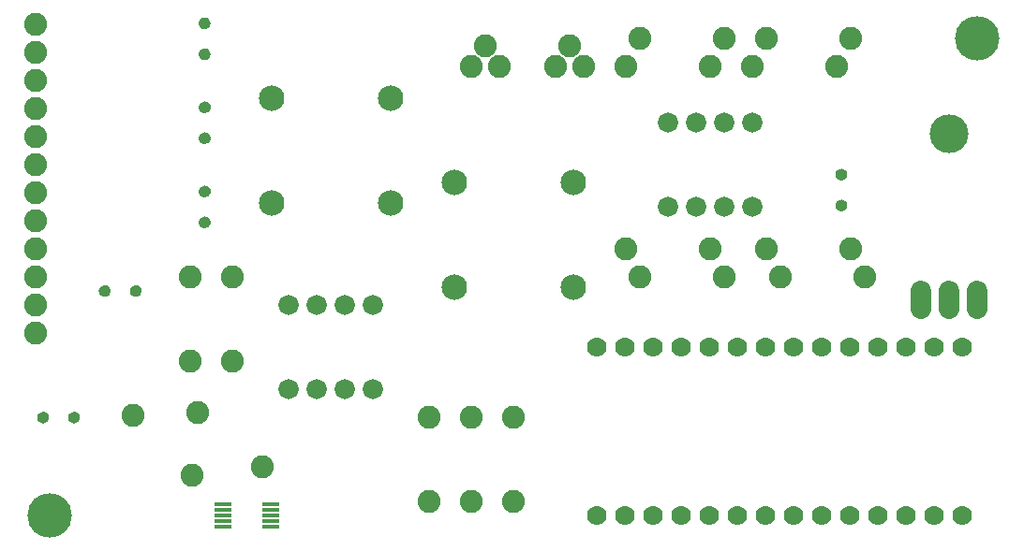
<source format=gts>
G75*
%MOIN*%
%OFA0B0*%
%FSLAX25Y25*%
%IPPOS*%
%LPD*%
%AMOC8*
5,1,8,0,0,1.08239X$1,22.5*
%
%ADD10C,0.15800*%
%ADD11C,0.00500*%
%ADD12C,0.08200*%
%ADD13C,0.07000*%
%ADD14C,0.09068*%
%ADD15C,0.07200*%
%ADD16C,0.13800*%
%ADD17C,0.07200*%
%ADD18R,0.06400X0.01700*%
D10*
X0016500Y0027170D03*
X0346500Y0197170D03*
D11*
X0299360Y0149809D02*
X0299582Y0149474D01*
X0299725Y0149098D01*
X0299780Y0148700D01*
X0299728Y0148307D01*
X0299591Y0147935D01*
X0299375Y0147603D01*
X0299090Y0147327D01*
X0298751Y0147122D01*
X0298374Y0146998D01*
X0297980Y0146960D01*
X0297596Y0147007D01*
X0297233Y0147137D01*
X0296908Y0147346D01*
X0296637Y0147621D01*
X0296434Y0147950D01*
X0296310Y0148316D01*
X0296270Y0148700D01*
X0296304Y0149081D01*
X0296422Y0149446D01*
X0296618Y0149775D01*
X0296882Y0150052D01*
X0297202Y0150263D01*
X0297560Y0150398D01*
X0297940Y0150450D01*
X0298340Y0150415D01*
X0298723Y0150292D01*
X0299069Y0150086D01*
X0299360Y0149809D01*
X0299393Y0149759D02*
X0296608Y0149759D01*
X0296362Y0149260D02*
X0299663Y0149260D01*
X0299771Y0148762D02*
X0296275Y0148762D01*
X0296327Y0148263D02*
X0299713Y0148263D01*
X0299480Y0147765D02*
X0296548Y0147765D01*
X0297031Y0147266D02*
X0298989Y0147266D01*
X0298780Y0150258D02*
X0297193Y0150258D01*
X0297940Y0139430D02*
X0297560Y0139378D01*
X0297202Y0139243D01*
X0296882Y0139032D01*
X0296618Y0138755D01*
X0296422Y0138426D01*
X0296304Y0138061D01*
X0296270Y0137680D01*
X0296310Y0137295D01*
X0296434Y0136930D01*
X0296637Y0136601D01*
X0296908Y0136325D01*
X0297233Y0136117D01*
X0297596Y0135986D01*
X0297980Y0135940D01*
X0298374Y0135978D01*
X0298751Y0136102D01*
X0299090Y0136307D01*
X0299375Y0136583D01*
X0299591Y0136915D01*
X0299728Y0137287D01*
X0299780Y0137680D01*
X0299725Y0138078D01*
X0299582Y0138454D01*
X0299360Y0138789D01*
X0299069Y0139066D01*
X0298723Y0139271D01*
X0298340Y0139395D01*
X0297940Y0139430D01*
X0297327Y0139290D02*
X0298665Y0139290D01*
X0299357Y0138792D02*
X0296653Y0138792D01*
X0296379Y0138293D02*
X0299643Y0138293D01*
X0299764Y0137795D02*
X0296280Y0137795D01*
X0296310Y0137296D02*
X0299730Y0137296D01*
X0299515Y0136798D02*
X0296515Y0136798D01*
X0296949Y0136299D02*
X0299076Y0136299D01*
X0073280Y0131680D02*
X0073228Y0131287D01*
X0073091Y0130915D01*
X0072875Y0130583D01*
X0072590Y0130307D01*
X0072251Y0130102D01*
X0071874Y0129978D01*
X0071480Y0129940D01*
X0071096Y0129986D01*
X0070733Y0130117D01*
X0070408Y0130325D01*
X0070137Y0130601D01*
X0069934Y0130930D01*
X0069810Y0131295D01*
X0069770Y0131680D01*
X0069804Y0132061D01*
X0069922Y0132426D01*
X0070118Y0132755D01*
X0070382Y0133032D01*
X0070702Y0133243D01*
X0071060Y0133378D01*
X0071440Y0133430D01*
X0071840Y0133395D01*
X0072223Y0133271D01*
X0072569Y0133066D01*
X0072860Y0132789D01*
X0073082Y0132454D01*
X0073225Y0132078D01*
X0073280Y0131680D01*
X0073261Y0131813D02*
X0069781Y0131813D01*
X0069808Y0131314D02*
X0073232Y0131314D01*
X0073027Y0130816D02*
X0070004Y0130816D01*
X0070421Y0130317D02*
X0072600Y0130317D01*
X0073136Y0132311D02*
X0069885Y0132311D01*
X0070170Y0132810D02*
X0072838Y0132810D01*
X0072109Y0133308D02*
X0070875Y0133308D01*
X0071480Y0140960D02*
X0071096Y0141007D01*
X0070733Y0141137D01*
X0070408Y0141346D01*
X0070137Y0141621D01*
X0069934Y0141950D01*
X0069810Y0142316D01*
X0069770Y0142700D01*
X0069804Y0143081D01*
X0069922Y0143446D01*
X0070118Y0143775D01*
X0070382Y0144052D01*
X0070702Y0144263D01*
X0071060Y0144398D01*
X0071440Y0144450D01*
X0071840Y0144415D01*
X0072223Y0144292D01*
X0072569Y0144086D01*
X0072860Y0143809D01*
X0073082Y0143474D01*
X0073225Y0143098D01*
X0073280Y0142700D01*
X0073228Y0142307D01*
X0073091Y0141935D01*
X0072875Y0141603D01*
X0072590Y0141327D01*
X0072251Y0141122D01*
X0071874Y0140998D01*
X0071480Y0140960D01*
X0070503Y0141284D02*
X0072518Y0141284D01*
X0072992Y0141783D02*
X0070037Y0141783D01*
X0069821Y0142281D02*
X0073219Y0142281D01*
X0073268Y0142780D02*
X0069777Y0142780D01*
X0069867Y0143278D02*
X0073156Y0143278D01*
X0072881Y0143777D02*
X0070120Y0143777D01*
X0070734Y0144275D02*
X0072250Y0144275D01*
X0071480Y0159940D02*
X0071096Y0159986D01*
X0070733Y0160117D01*
X0070408Y0160325D01*
X0070137Y0160601D01*
X0069934Y0160930D01*
X0069810Y0161295D01*
X0069770Y0161680D01*
X0069804Y0162061D01*
X0069922Y0162426D01*
X0070118Y0162755D01*
X0070382Y0163032D01*
X0070702Y0163243D01*
X0071060Y0163378D01*
X0071440Y0163430D01*
X0071840Y0163395D01*
X0072223Y0163271D01*
X0072569Y0163066D01*
X0072860Y0162789D01*
X0073082Y0162454D01*
X0073225Y0162078D01*
X0073280Y0161680D01*
X0073228Y0161287D01*
X0073091Y0160915D01*
X0072875Y0160583D01*
X0072590Y0160307D01*
X0072251Y0160102D01*
X0071874Y0159978D01*
X0071480Y0159940D01*
X0070560Y0160228D02*
X0072458Y0160228D01*
X0072968Y0160726D02*
X0070060Y0160726D01*
X0069834Y0161225D02*
X0073206Y0161225D01*
X0073274Y0161723D02*
X0069774Y0161723D01*
X0069856Y0162222D02*
X0073170Y0162222D01*
X0072906Y0162720D02*
X0070097Y0162720D01*
X0070665Y0163219D02*
X0072312Y0163219D01*
X0071480Y0170960D02*
X0071096Y0171007D01*
X0070733Y0171137D01*
X0070408Y0171346D01*
X0070137Y0171621D01*
X0069934Y0171950D01*
X0069810Y0172316D01*
X0069770Y0172700D01*
X0069804Y0173081D01*
X0069922Y0173446D01*
X0070118Y0173775D01*
X0070382Y0174052D01*
X0070702Y0174263D01*
X0071060Y0174398D01*
X0071440Y0174450D01*
X0071840Y0174415D01*
X0072223Y0174292D01*
X0072569Y0174086D01*
X0072860Y0173809D01*
X0073082Y0173474D01*
X0073225Y0173098D01*
X0073280Y0172700D01*
X0073228Y0172307D01*
X0073091Y0171935D01*
X0072875Y0171603D01*
X0072590Y0171327D01*
X0072251Y0171122D01*
X0071874Y0170998D01*
X0071480Y0170960D01*
X0070643Y0171195D02*
X0072371Y0171195D01*
X0072934Y0171693D02*
X0070092Y0171693D01*
X0069852Y0172192D02*
X0073186Y0172192D01*
X0073278Y0172691D02*
X0069771Y0172691D01*
X0069838Y0173189D02*
X0073190Y0173189D01*
X0072941Y0173688D02*
X0070066Y0173688D01*
X0070585Y0174186D02*
X0072401Y0174186D01*
X0071560Y0189890D02*
X0071160Y0189925D01*
X0070777Y0190048D01*
X0070431Y0190254D01*
X0070140Y0190531D01*
X0069918Y0190866D01*
X0069775Y0191242D01*
X0069720Y0191640D01*
X0069772Y0192033D01*
X0069909Y0192405D01*
X0070125Y0192737D01*
X0070410Y0193012D01*
X0070749Y0193217D01*
X0071126Y0193342D01*
X0071520Y0193380D01*
X0071904Y0193333D01*
X0072267Y0193203D01*
X0072592Y0192994D01*
X0072863Y0192719D01*
X0073066Y0192390D01*
X0073190Y0192024D01*
X0073230Y0191640D01*
X0073196Y0191258D01*
X0073078Y0190894D01*
X0072882Y0190565D01*
X0072618Y0190288D01*
X0072298Y0190077D01*
X0071940Y0189942D01*
X0071560Y0189890D01*
X0072392Y0190138D02*
X0070625Y0190138D01*
X0070070Y0190637D02*
X0072925Y0190637D01*
X0073157Y0191135D02*
X0069816Y0191135D01*
X0069721Y0191634D02*
X0073230Y0191634D01*
X0073154Y0192132D02*
X0069808Y0192132D01*
X0070056Y0192631D02*
X0072917Y0192631D01*
X0072381Y0193129D02*
X0070604Y0193129D01*
X0071160Y0200945D02*
X0070777Y0201068D01*
X0070431Y0201274D01*
X0070140Y0201551D01*
X0069918Y0201886D01*
X0069775Y0202262D01*
X0069720Y0202660D01*
X0069772Y0203053D01*
X0069909Y0203425D01*
X0070125Y0203757D01*
X0070410Y0204032D01*
X0070749Y0204238D01*
X0071126Y0204362D01*
X0071520Y0204400D01*
X0071904Y0204353D01*
X0072267Y0204223D01*
X0072592Y0204014D01*
X0072863Y0203739D01*
X0073066Y0203410D01*
X0073190Y0203044D01*
X0073230Y0202660D01*
X0073196Y0202278D01*
X0073078Y0201914D01*
X0072882Y0201585D01*
X0072618Y0201308D01*
X0072298Y0201097D01*
X0071940Y0200962D01*
X0071560Y0200910D01*
X0071160Y0200945D01*
X0070714Y0201106D02*
X0072312Y0201106D01*
X0072894Y0201604D02*
X0070105Y0201604D01*
X0069836Y0202103D02*
X0073139Y0202103D01*
X0073225Y0202601D02*
X0069729Y0202601D01*
X0069789Y0203100D02*
X0073172Y0203100D01*
X0072950Y0203598D02*
X0070022Y0203598D01*
X0070517Y0204097D02*
X0072464Y0204097D01*
X0047383Y0108898D02*
X0046990Y0108949D01*
X0046592Y0108894D01*
X0046216Y0108752D01*
X0045881Y0108530D01*
X0045604Y0108239D01*
X0045398Y0107893D01*
X0045275Y0107510D01*
X0045240Y0107110D01*
X0045292Y0106730D01*
X0045427Y0106372D01*
X0045638Y0106052D01*
X0045915Y0105788D01*
X0046244Y0105592D01*
X0046609Y0105473D01*
X0046990Y0105440D01*
X0047374Y0105479D01*
X0047740Y0105604D01*
X0048069Y0105807D01*
X0048344Y0106077D01*
X0048553Y0106403D01*
X0048683Y0106766D01*
X0048730Y0107150D01*
X0048692Y0107544D01*
X0048568Y0107921D01*
X0048362Y0108260D01*
X0048087Y0108545D01*
X0047755Y0108761D01*
X0047383Y0108898D01*
X0047430Y0108881D02*
X0046557Y0108881D01*
X0045741Y0108383D02*
X0048244Y0108383D01*
X0048580Y0107884D02*
X0045396Y0107884D01*
X0045264Y0107386D02*
X0048707Y0107386D01*
X0048698Y0106887D02*
X0045271Y0106887D01*
X0045420Y0106389D02*
X0048544Y0106389D01*
X0048154Y0105890D02*
X0045808Y0105890D01*
X0037678Y0106887D02*
X0034250Y0106887D01*
X0034272Y0106730D02*
X0034220Y0107110D01*
X0034255Y0107510D01*
X0034378Y0107893D01*
X0034584Y0108239D01*
X0034861Y0108530D01*
X0035196Y0108752D01*
X0035572Y0108894D01*
X0035970Y0108949D01*
X0036363Y0108898D01*
X0036735Y0108761D01*
X0037067Y0108545D01*
X0037342Y0108260D01*
X0037548Y0107921D01*
X0037672Y0107544D01*
X0037710Y0107150D01*
X0037663Y0106766D01*
X0037533Y0106403D01*
X0037324Y0106077D01*
X0037049Y0105807D01*
X0036720Y0105604D01*
X0036354Y0105479D01*
X0035970Y0105440D01*
X0035589Y0105473D01*
X0035224Y0105592D01*
X0034895Y0105788D01*
X0034618Y0106052D01*
X0034407Y0106372D01*
X0034272Y0106730D01*
X0034400Y0106389D02*
X0037524Y0106389D01*
X0037134Y0105890D02*
X0034788Y0105890D01*
X0034244Y0107386D02*
X0037687Y0107386D01*
X0037560Y0107884D02*
X0034376Y0107884D01*
X0034721Y0108383D02*
X0037224Y0108383D01*
X0036410Y0108881D02*
X0035537Y0108881D01*
X0025411Y0063866D02*
X0025030Y0063900D01*
X0024646Y0063860D01*
X0024280Y0063736D01*
X0023951Y0063533D01*
X0023676Y0063262D01*
X0023467Y0062937D01*
X0023337Y0062573D01*
X0023290Y0062190D01*
X0023328Y0061795D01*
X0023452Y0061419D01*
X0023658Y0061080D01*
X0023933Y0060795D01*
X0024265Y0060579D01*
X0024637Y0060441D01*
X0025030Y0060390D01*
X0025428Y0060445D01*
X0025804Y0060588D01*
X0026139Y0060810D01*
X0026416Y0061101D01*
X0026622Y0061447D01*
X0026745Y0061830D01*
X0026780Y0062230D01*
X0026728Y0062610D01*
X0026593Y0062968D01*
X0026382Y0063288D01*
X0026105Y0063552D01*
X0025776Y0063748D01*
X0025411Y0063866D01*
X0026142Y0063517D02*
X0023934Y0063517D01*
X0023519Y0063018D02*
X0026560Y0063018D01*
X0026740Y0062520D02*
X0023330Y0062520D01*
X0023306Y0062021D02*
X0026762Y0062021D01*
X0026646Y0061522D02*
X0023418Y0061522D01*
X0023712Y0061024D02*
X0026343Y0061024D01*
X0025640Y0060525D02*
X0024409Y0060525D01*
X0015725Y0061830D02*
X0015602Y0061447D01*
X0015396Y0061101D01*
X0015119Y0060810D01*
X0014784Y0060588D01*
X0014408Y0060445D01*
X0014010Y0060390D01*
X0013617Y0060441D01*
X0013245Y0060579D01*
X0012913Y0060795D01*
X0012638Y0061080D01*
X0012432Y0061419D01*
X0012308Y0061795D01*
X0012270Y0062190D01*
X0012317Y0062573D01*
X0012447Y0062937D01*
X0012656Y0063262D01*
X0012931Y0063533D01*
X0013260Y0063736D01*
X0013626Y0063860D01*
X0014010Y0063900D01*
X0014391Y0063866D01*
X0014756Y0063748D01*
X0015085Y0063552D01*
X0015362Y0063288D01*
X0015573Y0062968D01*
X0015708Y0062610D01*
X0015760Y0062230D01*
X0015725Y0061830D01*
X0015742Y0062021D02*
X0012286Y0062021D01*
X0012310Y0062520D02*
X0015720Y0062520D01*
X0015540Y0063018D02*
X0012499Y0063018D01*
X0012914Y0063517D02*
X0015122Y0063517D01*
X0015626Y0061522D02*
X0012398Y0061522D01*
X0012692Y0061024D02*
X0015323Y0061024D01*
X0014620Y0060525D02*
X0013389Y0060525D01*
D12*
X0045893Y0062776D03*
X0069060Y0063872D03*
X0066500Y0082170D03*
X0081500Y0082170D03*
X0081500Y0112170D03*
X0066500Y0112170D03*
X0011500Y0112170D03*
X0011500Y0122170D03*
X0011500Y0132170D03*
X0011500Y0142170D03*
X0011500Y0152170D03*
X0011500Y0162170D03*
X0011500Y0172170D03*
X0011500Y0182170D03*
X0011500Y0192170D03*
X0011500Y0202170D03*
X0166500Y0187170D03*
X0176500Y0187170D03*
X0171500Y0194670D03*
X0196500Y0187170D03*
X0206500Y0187170D03*
X0201500Y0194670D03*
X0221500Y0187170D03*
X0226500Y0197170D03*
X0251500Y0187170D03*
X0266500Y0187170D03*
X0271500Y0197170D03*
X0256500Y0197170D03*
X0296500Y0187170D03*
X0301500Y0197170D03*
X0301500Y0122170D03*
X0306500Y0112170D03*
X0276500Y0112170D03*
X0271500Y0122170D03*
X0256500Y0112170D03*
X0251500Y0122170D03*
X0226500Y0112170D03*
X0221500Y0122170D03*
X0181500Y0062170D03*
X0166500Y0062170D03*
X0151500Y0062170D03*
X0151500Y0032170D03*
X0166500Y0032170D03*
X0181500Y0032170D03*
X0091940Y0044468D03*
X0067107Y0041563D03*
X0011500Y0092170D03*
X0011500Y0102170D03*
D13*
X0211000Y0087170D03*
X0221000Y0087170D03*
X0231000Y0087170D03*
X0241000Y0087170D03*
X0251000Y0087170D03*
X0261000Y0087170D03*
X0271000Y0087170D03*
X0281000Y0087170D03*
X0291000Y0087170D03*
X0301000Y0087170D03*
X0311000Y0087170D03*
X0321000Y0087170D03*
X0331000Y0087170D03*
X0341000Y0087170D03*
X0341000Y0027170D03*
X0331000Y0027170D03*
X0321000Y0027170D03*
X0311000Y0027170D03*
X0301000Y0027170D03*
X0291000Y0027170D03*
X0281000Y0027170D03*
X0271000Y0027170D03*
X0261000Y0027170D03*
X0251000Y0027170D03*
X0241000Y0027170D03*
X0231000Y0027170D03*
X0221000Y0027170D03*
X0211000Y0027170D03*
D14*
X0202563Y0108469D03*
X0160437Y0108469D03*
X0137563Y0138469D03*
X0160437Y0145871D03*
X0202563Y0145871D03*
X0137563Y0175871D03*
X0095437Y0175871D03*
X0095437Y0138469D03*
D15*
X0326500Y0107370D02*
X0326500Y0100970D01*
X0336500Y0100970D02*
X0336500Y0107370D01*
X0346500Y0107370D02*
X0346500Y0100970D01*
D16*
X0336500Y0163170D03*
D17*
X0266500Y0167170D03*
X0256500Y0167170D03*
X0246500Y0167170D03*
X0236500Y0167170D03*
X0236500Y0137170D03*
X0246500Y0137170D03*
X0256500Y0137170D03*
X0266500Y0137170D03*
X0131500Y0102170D03*
X0121500Y0102170D03*
X0111500Y0102170D03*
X0101500Y0102170D03*
X0101500Y0072170D03*
X0111500Y0072170D03*
X0121500Y0072170D03*
X0131500Y0072170D03*
D18*
X0095050Y0031107D03*
X0095050Y0029138D03*
X0095050Y0027170D03*
X0095050Y0025201D03*
X0095050Y0023233D03*
X0077950Y0023233D03*
X0077950Y0025201D03*
X0077950Y0027170D03*
X0077950Y0029138D03*
X0077950Y0031107D03*
M02*

</source>
